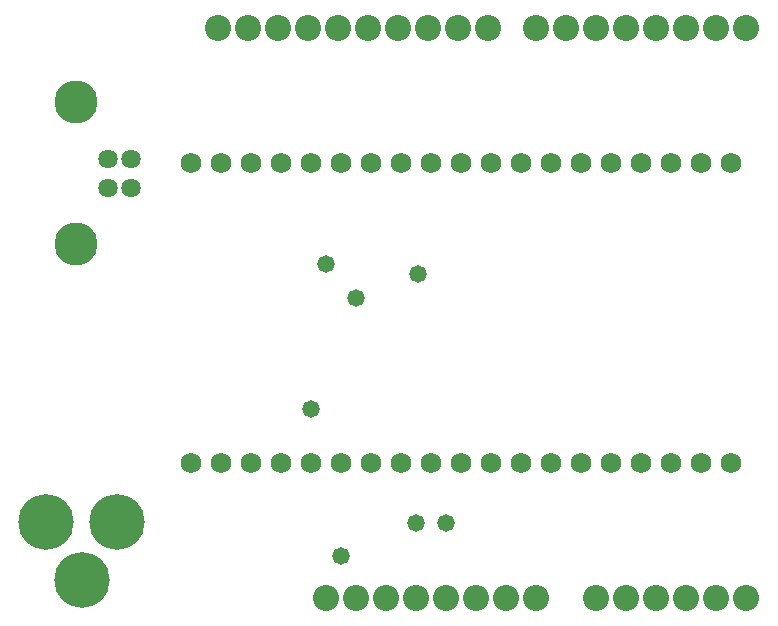
<source format=gbs>
%FSLAX66Y66*%
%MOIN*%
%SFA1B1*%

%IPPOS*%
%ADD13C,0.068000*%
%ADD14C,0.086740*%
%ADD15C,0.064338*%
%ADD16C,0.143826*%
%ADD17C,0.185165*%
%ADD18C,0.058000*%
%LNesp32-hwe-uno-1*%
%LPD*%
G54D13*
X2450000Y550000D03*
X2350000D03*
X2250000D03*
X2150000D03*
X2050000D03*
X1950000D03*
X1850000D03*
X1750000D03*
X1650000D03*
X1550000D03*
X1450000D03*
X1350000D03*
X1250000D03*
X1150000D03*
X1050000D03*
X950000D03*
X850000D03*
X750000D03*
X650000D03*
Y1550000D03*
X750000D03*
X850000D03*
X950000D03*
X1050000D03*
X1150000D03*
X1250000D03*
X1350000D03*
X1450000D03*
X1550000D03*
X1650000D03*
X1750000D03*
X1850000D03*
X1950000D03*
X2050000D03*
X2150000D03*
X2250000D03*
X2350000D03*
X2450000D03*
G54D14*
X2500000Y2000000D03*
X2400000D03*
X2300000D03*
X2100000D03*
X2000000D03*
X1900000D03*
X1800000D03*
X2200000D03*
X1800000Y100000D03*
X1700000D03*
X1600000D03*
X1400000D03*
X1300000D03*
X1200000D03*
X1100000D03*
X1500000D03*
X740000Y2000000D03*
X840000D03*
X940000D03*
X1140000D03*
X1240000D03*
X1340000D03*
X1440000D03*
X1540000D03*
X1640000D03*
X1040000D03*
X2500000Y100000D03*
X2400000D03*
X2300000D03*
X2100000D03*
X2000000D03*
X2200000D03*
G54D15*
X450000Y1565000D03*
X371259D03*
X450000Y1466574D03*
X371259D03*
G54D16*
X264566Y1752795D03*
Y1278779D03*
G54D17*
X402755Y353740D03*
X286614Y160826D03*
X166535Y353740D03*
G54D18*
X1200000Y1100000D03*
X1500000Y350000D03*
X1400000D03*
X1100000Y1215000D03*
X1405000Y1180000D03*
X1050000Y730000D03*
X1150000Y240000D03*
M02*
</source>
